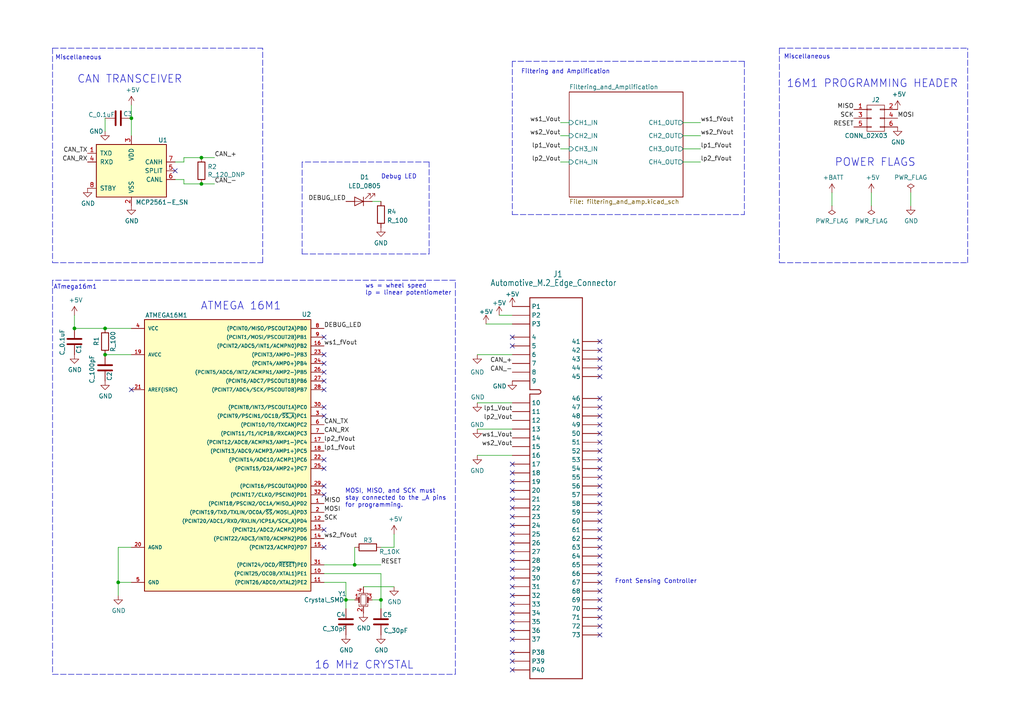
<source format=kicad_sch>
(kicad_sch (version 20211123) (generator eeschema)
  (paper "A4")
  (lib_symbols
    (symbol "formula:ATMEGA16M1" (pin_names (offset 1.016))
      (property "Reference" "U" (at -24.13 46.482 0))
      (property "Value" "ATMEGA16M1" (at 12.7 -35.56 0))
      (symbol "ATMEGA16M1_0_1"
        (rectangle (start -24.13 45.72) (end 24.13 -33.02) (stroke (width 0.254)) (fill (type background)))
      )
      (symbol "ATMEGA16M1_1_1"
        (pin bidirectional line (at 27.94 -7.62 180) (length 3.81) (name "(PCINT18/PSCIN2/OC1A/MISO_A)PD2") (number "1"))
        (pin bidirectional line (at 27.94 -27.94 180) (length 3.81) (name "(PCINT25/OC0B/XTAL1)PE1") (number "10"))
        (pin bidirectional line (at 27.94 -30.48 180) (length 3.81) (name "(PCINT26/ADC0/XTAL2)PE2") (number "11"))
        (pin bidirectional line (at 27.94 -12.7 180) (length 3.81) (name "(PCINT20/ADC1/RXD/RXLIN/ICP1A/SCK_A)PD4") (number "12"))
        (pin bidirectional line (at 27.94 -15.24 180) (length 3.81) (name "(PCINT21/ADC2/ACMP2)PD5") (number "13"))
        (pin bidirectional line (at 27.94 -17.78 180) (length 3.81) (name "(PCINT22/ADC3/INT0/ACMPN2)PD6") (number "14"))
        (pin bidirectional line (at 27.94 -20.32 180) (length 3.81) (name "(PCINT23/ACMP0)PD7") (number "15"))
        (pin bidirectional line (at 27.94 38.1 180) (length 3.81) (name "(PCINT2/ADC5/INT1/ACMPN0)PB2") (number "16"))
        (pin bidirectional line (at 27.94 10.16 180) (length 3.81) (name "(PCINT12/ADC8/ACMPN3/AMP1-)PC4") (number "17"))
        (pin bidirectional line (at 27.94 7.62 180) (length 3.81) (name "(PCINT13/ADC9/ACMP3/AMP1+)PC5") (number "18"))
        (pin power_in line (at -27.94 35.56 0) (length 3.81) (name "AVCC") (number "19"))
        (pin bidirectional line (at 27.94 -10.16 180) (length 3.81) (name "(PCINT19/TXD/TXLIN/OC0A/~{SS}/MOSI_A)PD3") (number "2"))
        (pin power_in line (at -27.94 -20.32 0) (length 3.81) (name "AGND") (number "20"))
        (pin power_in line (at -27.94 25.4 0) (length 3.81) (name "AREF(ISRC)") (number "21"))
        (pin bidirectional line (at 27.94 5.08 180) (length 3.81) (name "(PCINT14/ADC10/ACMP1)PC6") (number "22"))
        (pin bidirectional line (at 27.94 35.56 180) (length 3.81) (name "(PCINT3/AMP0-)PB3") (number "23"))
        (pin bidirectional line (at 27.94 33.02 180) (length 3.81) (name "(PCINT4/AMP0+)PB4") (number "24"))
        (pin bidirectional line (at 27.94 2.54 180) (length 3.81) (name "(PCINT15/D2A/AMP2+)PC7") (number "25"))
        (pin bidirectional line (at 27.94 30.48 180) (length 3.81) (name "(PCINT5/ADC6/INT2/ACMPN1/AMP2-)PB5") (number "26"))
        (pin bidirectional line (at 27.94 27.94 180) (length 3.81) (name "(PCINT6/ADC7/PSCOUT1B)PB6") (number "27"))
        (pin bidirectional line (at 27.94 25.4 180) (length 3.81) (name "(PCINT7/ADC4/SCK/PSCOUT0B)PB7") (number "28"))
        (pin bidirectional line (at 27.94 -2.54 180) (length 3.81) (name "(PCINT16/PSCOUT0A)PD0") (number "29"))
        (pin bidirectional line (at 27.94 17.78 180) (length 3.81) (name "(PCINT9/PSCIN1/OC1B/~{SS_A})PC1") (number "3"))
        (pin bidirectional line (at 27.94 20.32 180) (length 3.81) (name "(PCINT8/INT3/PSCOUT1A)PC0") (number "30"))
        (pin bidirectional line (at 27.94 -25.4 180) (length 3.81) (name "(PCINT24/OCD/~{RESET})PE0") (number "31"))
        (pin bidirectional line (at 27.94 -5.08 180) (length 3.81) (name "(PCINT17/CLKO/PSCIN0)PD1") (number "32"))
        (pin power_in line (at -27.94 43.18 0) (length 3.81) (name "VCC") (number "4"))
        (pin power_in line (at -27.94 -30.48 0) (length 3.81) (name "GND") (number "5"))
        (pin bidirectional line (at 27.94 15.24 180) (length 3.81) (name "(PCINT10/T0/TXCAN)PC2") (number "6"))
        (pin bidirectional line (at 27.94 12.7 180) (length 3.81) (name "(PCINT11/T1/ICP1B/RXCAN)PC3") (number "7"))
        (pin bidirectional line (at 27.94 43.18 180) (length 3.81) (name "(PCINT0/MISO/PSCOUT2A)PB0") (number "8"))
        (pin bidirectional line (at 27.94 40.64 180) (length 3.81) (name "(PCINT1/MOSI/PSCOUT2B)PB1") (number "9"))
      )
    )
    (symbol "formula:Automotive_M.2_Edge_Connector"
      (property "Reference" "J?" (at 1.27 49.53 0))
      (property "Value" "Automotive_M.2_Edge_Connector" (at 7.62 45.72 0))
      (symbol "Automotive_M.2_Edge_Connector_0_1"
        (arc (start -5.0436 15.2415) (mid -4.4198 15.8765) (end -5.0436 16.5115) (stroke (width 0.25)))
        (polyline (pts (xy -7.62 15.24) (xy -5.08 15.24)) (stroke (width 0.25)))
        (polyline (pts (xy -7.62 16.51) (xy -5.08 16.51)) (stroke (width 0.25)))
        (polyline (pts (xy -7.62 43.18) (xy -7.62 16.51)) (stroke (width 0.25)))
        (polyline (pts (xy 7.62 -67.31) (xy -7.62 -67.31)) (stroke (width 0.25)))
      )
      (symbol "Automotive_M.2_Edge_Connector_1_0"
        (polyline (pts (xy -7.62 -67.31) (xy -7.62 15.24)) (stroke (width 0.254)))
        (polyline (pts (xy 7.62 43.18) (xy -7.62 43.18)) (stroke (width 0.254)))
        (polyline (pts (xy 7.62 43.18) (xy 7.62 -67.31)) (stroke (width 0.254)))
        (pin bidirectional line (at -12.7 12.7 0) (length 5.08) (name "10") (number "10"))
        (pin bidirectional line (at -12.7 10.16 0) (length 5.08) (name "11") (number "11"))
        (pin bidirectional line (at -12.7 7.62 0) (length 5.08) (name "12") (number "12"))
        (pin bidirectional line (at -12.7 5.08 0) (length 5.08) (name "13") (number "13"))
        (pin bidirectional line (at -12.7 2.54 0) (length 5.08) (name "14") (number "14"))
        (pin bidirectional line (at -12.7 0 0) (length 5.08) (name "15") (number "15"))
        (pin bidirectional line (at -12.7 -2.54 0) (length 5.08) (name "16") (number "16"))
        (pin bidirectional line (at -12.7 -5.08 0) (length 5.08) (name "17") (number "17"))
        (pin bidirectional line (at -12.7 -7.62 0) (length 5.08) (name "18") (number "18"))
        (pin bidirectional line (at -12.7 -10.16 0) (length 5.08) (name "19") (number "19"))
        (pin bidirectional line (at -12.7 -12.7 0) (length 5.08) (name "20") (number "20"))
        (pin bidirectional line (at -12.7 -15.24 0) (length 5.08) (name "21") (number "21"))
        (pin bidirectional line (at -12.7 -17.78 0) (length 5.08) (name "22") (number "22"))
        (pin bidirectional line (at -12.7 -20.32 0) (length 5.08) (name "23") (number "23"))
        (pin bidirectional line (at -12.7 -22.86 0) (length 5.08) (name "24") (number "24"))
        (pin bidirectional line (at -12.7 -25.4 0) (length 5.08) (name "25") (number "25"))
        (pin bidirectional line (at -12.7 -27.94 0) (length 5.08) (name "26") (number "26"))
        (pin bidirectional line (at -12.7 -30.48 0) (length 5.08) (name "27") (number "27"))
        (pin bidirectional line (at -12.7 -33.02 0) (length 5.08) (name "28") (number "28"))
        (pin bidirectional line (at -12.7 -35.56 0) (length 5.08) (name "29") (number "29"))
        (pin bidirectional line (at -12.7 -38.1 0) (length 5.08) (name "30") (number "30"))
        (pin bidirectional line (at -12.7 -40.64 0) (length 5.08) (name "31") (number "31"))
        (pin bidirectional line (at -12.7 -43.18 0) (length 5.08) (name "32") (number "32"))
        (pin bidirectional line (at -12.7 -45.72 0) (length 5.08) (name "33") (number "33"))
        (pin bidirectional line (at -12.7 -48.26 0) (length 5.08) (name "34") (number "34"))
        (pin bidirectional line (at -12.7 -50.8 0) (length 5.08) (name "35") (number "35"))
        (pin bidirectional line (at -12.7 -53.34 0) (length 5.08) (name "36") (number "36"))
        (pin bidirectional line (at -12.7 -55.88 0) (length 5.08) (name "37") (number "37"))
        (pin bidirectional line (at -12.7 31.75 0) (length 5.08) (name "4") (number "4"))
        (pin bidirectional line (at 12.7 30.48 180) (length 5.08) (name "41") (number "41"))
        (pin bidirectional line (at 12.7 27.94 180) (length 5.08) (name "42") (number "42"))
        (pin bidirectional line (at 12.7 25.4 180) (length 5.08) (name "43") (number "43"))
        (pin bidirectional line (at 12.7 22.86 180) (length 5.08) (name "44") (number "44"))
        (pin bidirectional line (at 12.7 20.32 180) (length 5.08) (name "45") (number "45"))
        (pin bidirectional line (at 12.7 13.97 180) (length 5.08) (name "46") (number "46"))
        (pin bidirectional line (at 12.7 11.43 180) (length 5.08) (name "47") (number "47"))
        (pin bidirectional line (at 12.7 8.89 180) (length 5.08) (name "48") (number "48"))
        (pin bidirectional line (at 12.7 6.35 180) (length 5.08) (name "49") (number "49"))
        (pin bidirectional line (at -12.7 29.21 0) (length 5.08) (name "5") (number "5"))
        (pin bidirectional line (at 12.7 3.81 180) (length 5.08) (name "50") (number "50"))
        (pin bidirectional line (at 12.7 1.27 180) (length 5.08) (name "51") (number "51"))
        (pin bidirectional line (at 12.7 -1.27 180) (length 5.08) (name "52") (number "52"))
        (pin bidirectional line (at 12.7 -3.81 180) (length 5.08) (name "53") (number "53"))
        (pin bidirectional line (at 12.7 -6.35 180) (length 5.08) (name "54") (number "54"))
        (pin bidirectional line (at 12.7 -8.89 180) (length 5.08) (name "55") (number "55"))
        (pin bidirectional line (at 12.7 -11.43 180) (length 5.08) (name "56") (number "56"))
        (pin bidirectional line (at 12.7 -13.97 180) (length 5.08) (name "57") (number "57"))
        (pin bidirectional line (at 12.7 -16.51 180) (length 5.08) (name "58") (number "58"))
        (pin bidirectional line (at 12.7 -19.05 180) (length 5.08) (name "59") (number "59"))
        (pin bidirectional line (at -12.7 26.67 0) (length 5.08) (name "6") (number "6"))
        (pin bidirectional line (at 12.7 -21.59 180) (length 5.08) (name "60") (number "60"))
        (pin bidirectional line (at 12.7 -24.13 180) (length 5.08) (name "61") (number "61"))
        (pin bidirectional line (at 12.7 -26.67 180) (length 5.08) (name "62") (number "62"))
        (pin bidirectional line (at 12.7 -29.21 180) (length 5.08) (name "63") (number "63"))
        (pin bidirectional line (at 12.7 -31.75 180) (length 5.08) (name "64") (number "64"))
        (pin bidirectional line (at 12.7 -34.29 180) (length 5.08) (name "65") (number "65"))
        (pin bidirectional line (at 12.7 -36.83 180) (length 5.08) (name "66") (number "66"))
        (pin bidirectional line (at 12.7 -39.37 180) (length 5.08) (name "67") (number "67"))
        (pin bidirectional line (at 12.7 -41.91 180) (length 5.08) (name "68") (number "68"))
        (pin bidirectional line (at 12.7 -44.45 180) (length 5.08) (name "69") (number "69"))
        (pin bidirectional line (at -12.7 24.13 0) (length 5.08) (name "7") (number "7"))
        (pin bidirectional line (at 12.7 -46.99 180) (length 5.08) (name "70") (number "70"))
        (pin bidirectional line (at 12.7 -49.53 180) (length 5.08) (name "71") (number "71"))
        (pin bidirectional line (at 12.7 -52.07 180) (length 5.08) (name "72") (number "72"))
        (pin bidirectional line (at 12.7 -54.61 180) (length 5.08) (name "73") (number "73"))
        (pin bidirectional line (at -12.7 21.59 0) (length 5.08) (name "8") (number "8"))
        (pin bidirectional line (at -12.7 19.05 0) (length 5.08) (name "9") (number "9"))
        (pin bidirectional line (at -12.7 40.64 0) (length 5.08) (name "P1") (number "P1"))
        (pin bidirectional line (at -12.7 38.1 0) (length 5.08) (name "P2") (number "P2"))
        (pin bidirectional line (at -12.7 35.56 0) (length 5.08) (name "P3") (number "P3"))
        (pin bidirectional line (at -12.7 -59.69 0) (length 5.08) (name "P38") (number "P38"))
        (pin bidirectional line (at -12.7 -62.23 0) (length 5.08) (name "P39") (number "P39"))
        (pin bidirectional line (at -12.7 -64.77 0) (length 5.08) (name "P40") (number "P40"))
      )
    )
    (symbol "formula:CONN_02X03" (pin_names (offset 0.0254) hide)
      (property "Reference" "J" (at 0 5.08 0))
      (property "Value" "CONN_02X03" (at 0 -5.08 0))
      (symbol "CONN_02X03_0_1"
        (rectangle (start -2.54 -2.413) (end -1.27 -2.667))
        (rectangle (start -2.54 0.127) (end -1.27 -0.127))
        (rectangle (start -2.54 2.667) (end -1.27 2.413))
        (rectangle (start -2.54 3.81) (end 2.54 -3.81))
        (rectangle (start 1.27 -2.413) (end 2.54 -2.667))
        (rectangle (start 1.27 0.127) (end 2.54 -0.127))
        (rectangle (start 1.27 2.667) (end 2.54 2.413))
      )
      (symbol "CONN_02X03_1_1"
        (pin passive line (at -6.35 2.54 0) (length 3.81) (name "P1") (number "1"))
        (pin passive line (at 6.35 2.54 180) (length 3.81) (name "P2") (number "2"))
        (pin passive line (at -6.35 0 0) (length 3.81) (name "P3") (number "3"))
        (pin passive line (at 6.35 0 180) (length 3.81) (name "P4") (number "4"))
        (pin passive line (at -6.35 -2.54 0) (length 3.81) (name "P5") (number "5"))
        (pin passive line (at 6.35 -2.54 180) (length 3.81) (name "P6") (number "6"))
      )
    )
    (symbol "formula:C_0.1uF" (pin_numbers hide) (pin_names (offset 0.254))
      (property "Reference" "C" (at 0.635 2.54 0))
      (property "Value" "C_0.1uF" (at 0.635 -2.54 0))
      (symbol "C_0.1uF_0_1"
        (polyline (pts (xy -2.032 -0.762) (xy 2.032 -0.762)) (stroke (width 0.508)))
        (polyline (pts (xy -2.032 0.762) (xy 2.032 0.762)) (stroke (width 0.508)))
      )
      (symbol "C_0.1uF_1_1"
        (pin passive line (at 0 3.81 270) (length 2.794) (name "~") (number "1"))
        (pin passive line (at 0 -3.81 90) (length 2.794) (name "~") (number "2"))
      )
    )
    (symbol "formula:C_100pF" (pin_numbers hide) (pin_names (offset 0.254))
      (property "Reference" "C" (at 0.635 2.54 0))
      (property "Value" "C_100pF" (at 0.635 -2.54 0))
      (symbol "C_100pF_0_1"
        (polyline (pts (xy -2.032 -0.762) (xy 2.032 -0.762)) (stroke (width 0.508)))
        (polyline (pts (xy -2.032 0.762) (xy 2.032 0.762)) (stroke (width 0.508)))
      )
      (symbol "C_100pF_1_1"
        (pin passive line (at 0 3.81 270) (length 2.794) (name "~") (number "1"))
        (pin passive line (at 0 -3.81 90) (length 2.794) (name "~") (number "2"))
      )
    )
    (symbol "formula:C_30pF" (pin_numbers hide) (pin_names (offset 0.254))
      (property "Reference" "C" (at 0.635 2.54 0))
      (property "Value" "C_30pF" (at 0.635 -2.54 0))
      (symbol "C_30pF_0_1"
        (polyline (pts (xy -2.032 -0.762) (xy 2.032 -0.762)) (stroke (width 0.508)))
        (polyline (pts (xy -2.032 0.762) (xy 2.032 0.762)) (stroke (width 0.508)))
      )
      (symbol "C_30pF_1_1"
        (pin passive line (at 0 3.81 270) (length 2.794) (name "~") (number "1"))
        (pin passive line (at 0 -3.81 90) (length 2.794) (name "~") (number "2"))
      )
    )
    (symbol "formula:Crystal_SMD" (pin_names (offset 1.016) hide)
      (property "Reference" "Y" (at 1.27 4.445 0))
      (property "Value" "Crystal_SMD" (at 1.27 2.54 0))
      (symbol "Crystal_SMD_0_1"
        (rectangle (start -0.762 -1.524) (end 0.762 1.524))
        (polyline (pts (xy -1.27 -0.762) (xy -1.27 0.762)) (stroke (width 0.381)))
        (polyline (pts (xy 1.27 -0.762) (xy 1.27 0.762)) (stroke (width 0.381)))
        (polyline (pts (xy -1.27 -1.27) (xy -1.27 -1.905) (xy 1.27 -1.905) (xy 1.27 -1.27)))
        (polyline (pts (xy -1.27 1.27) (xy -1.27 1.905) (xy 1.27 1.905) (xy 1.27 1.27)))
      )
      (symbol "Crystal_SMD_1_1"
        (pin passive line (at -2.54 0 0) (length 1.27) (name "1") (number "1"))
        (pin passive line (at 0 -3.81 90) (length 1.905) (name "2") (number "2"))
        (pin passive line (at 2.54 0 180) (length 1.27) (name "3") (number "3"))
        (pin passive line (at 0 3.81 270) (length 1.905) (name "4") (number "4"))
      )
    )
    (symbol "formula:LED_0805" (pin_numbers hide) (pin_names (offset 1.016) hide)
      (property "Reference" "D" (at 0 -2.54 0))
      (property "Value" "LED_0805" (at 0 2.54 0))
      (symbol "LED_0805_0_1"
        (polyline (pts (xy -1.27 -1.27) (xy -1.27 1.27)) (stroke (width 0.2032)))
        (polyline (pts (xy -1.27 0) (xy 1.27 0)))
        (polyline (pts (xy 1.27 -1.27) (xy 1.27 1.27) (xy -1.27 0) (xy 1.27 -1.27)) (stroke (width 0.2032)))
        (polyline (pts (xy -3.048 -0.762) (xy -4.572 -2.286) (xy -3.81 -2.286) (xy -4.572 -2.286) (xy -4.572 -1.524)))
        (polyline (pts (xy -1.778 -0.762) (xy -3.302 -2.286) (xy -2.54 -2.286) (xy -3.302 -2.286) (xy -3.302 -1.524)))
      )
      (symbol "LED_0805_1_1"
        (pin passive line (at -3.81 0 0) (length 2.54) (name "K") (number "1"))
        (pin passive line (at 3.81 0 180) (length 2.54) (name "A") (number "2"))
      )
    )
    (symbol "formula:MCP2561-E_SN" (pin_names (offset 1.016))
      (property "Reference" "U" (at -10.16 8.89 0))
      (property "Value" "MCP2561-E_SN" (at 2.54 8.89 0))
      (symbol "MCP2561-E_SN_0_1"
        (rectangle (start -10.16 7.62) (end 10.16 -7.62) (stroke (width 0.254)) (fill (type background)))
      )
      (symbol "MCP2561-E_SN_1_1"
        (pin input line (at -12.7 5.08 0) (length 2.54) (name "TXD") (number "1"))
        (pin power_in line (at 0 -10.16 90) (length 2.54) (name "VSS") (number "2"))
        (pin power_in line (at 0 10.16 270) (length 2.54) (name "VDD") (number "3"))
        (pin output line (at -12.7 2.54 0) (length 2.54) (name "RXD") (number "4"))
        (pin passive line (at 12.7 0 180) (length 2.54) (name "SPLIT") (number "5"))
        (pin bidirectional line (at 12.7 -2.54 180) (length 2.54) (name "CANL") (number "6"))
        (pin bidirectional line (at 12.7 2.54 180) (length 2.54) (name "CANH") (number "7"))
        (pin input line (at -12.7 -5.08 0) (length 2.54) (name "STBY") (number "8"))
      )
    )
    (symbol "formula:R_100" (pin_numbers hide) (pin_names (offset 0))
      (property "Reference" "R" (at 2.032 0 90))
      (property "Value" "R_100" (at -2.54 0 90))
      (symbol "R_100_0_1"
        (rectangle (start -1.016 -2.54) (end 1.016 2.54) (stroke (width 0.254)))
      )
      (symbol "R_100_1_1"
        (pin passive line (at 0 3.81 270) (length 1.27) (name "~") (number "1"))
        (pin passive line (at 0 -3.81 90) (length 1.27) (name "~") (number "2"))
      )
    )
    (symbol "formula:R_10K" (pin_numbers hide) (pin_names (offset 0))
      (property "Reference" "R" (at 2.032 0 90))
      (property "Value" "R_10K" (at -2.54 0 90))
      (symbol "R_10K_0_1"
        (rectangle (start -1.016 -2.54) (end 1.016 2.54) (stroke (width 0.254)))
      )
      (symbol "R_10K_1_1"
        (pin passive line (at 0 3.81 270) (length 1.27) (name "~") (number "1"))
        (pin passive line (at 0 -3.81 90) (length 1.27) (name "~") (number "2"))
      )
    )
    (symbol "formula:R_120_DNP" (pin_numbers hide) (pin_names (offset 0))
      (property "Reference" "R" (at 2.032 0 90))
      (property "Value" "R_120_DNP" (at -2.54 0 90))
      (symbol "R_120_DNP_0_1"
        (rectangle (start -1.016 -2.54) (end 1.016 2.54) (stroke (width 0.254)))
      )
      (symbol "R_120_DNP_1_1"
        (pin passive line (at 0 3.81 270) (length 1.27) (name "~") (number "1"))
        (pin passive line (at 0 -3.81 90) (length 1.27) (name "~") (number "2"))
      )
    )
    (symbol "power:+5V" (power) (pin_names (offset 0))
      (property "Value" "+5V" (at 0 3.556 0))
      (symbol "+5V_0_1"
        (polyline (pts (xy -0.762 1.27) (xy 0 2.54)))
        (polyline (pts (xy 0 0) (xy 0 2.54)))
        (polyline (pts (xy 0 2.54) (xy 0.762 1.27)))
      )
      (symbol "+5V_1_1"
        (pin power_in line (at 0 0 90) (length 0) hide (name "+5V") (number "1"))
      )
    )
    (symbol "power:+BATT" (power) (pin_names (offset 0))
      (property "Value" "+BATT" (at 0 3.556 0))
      (symbol "+BATT_0_1"
        (polyline (pts (xy -0.762 1.27) (xy 0 2.54)))
        (polyline (pts (xy 0 0) (xy 0 2.54)))
        (polyline (pts (xy 0 2.54) (xy 0.762 1.27)))
      )
      (symbol "+BATT_1_1"
        (pin power_in line (at 0 0 90) (length 0) hide (name "+BATT") (number "1"))
      )
    )
    (symbol "power:GND" (power) (pin_names (offset 0))
      (property "Value" "GND" (at 0 -3.81 0))
      (symbol "GND_0_1"
        (polyline (pts (xy 0 0) (xy 0 -1.27) (xy 1.27 -1.27) (xy 0 -2.54) (xy -1.27 -1.27) (xy 0 -1.27)))
      )
      (symbol "GND_1_1"
        (pin power_in line (at 0 0 270) (length 0) hide (name "GND") (number "1"))
      )
    )
    (symbol "power:PWR_FLAG" (power) (pin_numbers hide) (pin_names (offset 0) hide)
      (property "Value" "PWR_FLAG" (at 0 3.81 0))
      (symbol "PWR_FLAG_0_0"
        (pin power_out line (at 0 0 90) (length 0) (name "pwr") (number "1"))
      )
      (symbol "PWR_FLAG_0_1"
        (polyline (pts (xy 0 0) (xy 0 1.27) (xy -1.016 1.905) (xy 0 2.54) (xy 1.016 1.905) (xy 0 1.27)))
      )
    )
  )
  (junction (at 102.87 163.83))
  (junction (at 58.42 45.72))
  (junction (at 34.29 168.91))
  (junction (at 30.48 102.87))
  (junction (at 58.42 53.34))
  (junction (at 30.48 95.25))
  (junction (at 38.1 34.29))
  (junction (at 21.59 95.25))
  (junction (at 100.33 173.99))
  (junction (at 110.49 173.99))
  (no_connect (at 173.99 101.6))
  (no_connect (at 173.99 123.19))
  (no_connect (at 93.98 110.49))
  (no_connect (at 93.98 140.97))
  (no_connect (at 173.99 115.57))
  (no_connect (at 173.99 118.11))
  (no_connect (at 93.98 135.89))
  (no_connect (at 148.59 165.1))
  (no_connect (at 173.99 151.13))
  (no_connect (at 173.99 120.65))
  (no_connect (at 173.99 143.51))
  (no_connect (at 148.59 144.78))
  (no_connect (at 173.99 176.53))
  (no_connect (at 50.8 49.53))
  (no_connect (at 148.59 142.24))
  (no_connect (at 173.99 179.07))
  (no_connect (at 148.59 134.62))
  (no_connect (at 148.59 185.42))
  (no_connect (at 93.98 133.35))
  (no_connect (at 93.98 113.03))
  (no_connect (at 173.99 128.27))
  (no_connect (at 173.99 140.97))
  (no_connect (at 173.99 130.81))
  (no_connect (at 148.59 189.23))
  (no_connect (at 148.59 191.77))
  (no_connect (at 148.59 167.64))
  (no_connect (at 173.99 138.43))
  (no_connect (at 148.59 182.88))
  (no_connect (at 148.59 100.33))
  (no_connect (at 148.59 157.48))
  (no_connect (at 173.99 148.59))
  (no_connect (at 93.98 120.65))
  (no_connect (at 148.59 170.18))
  (no_connect (at 148.59 162.56))
  (no_connect (at 148.59 97.79))
  (no_connect (at 148.59 152.4))
  (no_connect (at 93.98 153.67))
  (no_connect (at 173.99 99.06))
  (no_connect (at 173.99 135.89))
  (no_connect (at 173.99 109.22))
  (no_connect (at 148.59 154.94))
  (no_connect (at 148.59 180.34))
  (no_connect (at 93.98 102.87))
  (no_connect (at 148.59 175.26))
  (no_connect (at 93.98 107.95))
  (no_connect (at 173.99 104.14))
  (no_connect (at 93.98 97.79))
  (no_connect (at 93.98 143.51))
  (no_connect (at 173.99 184.15))
  (no_connect (at 173.99 181.61))
  (no_connect (at 38.1 113.03))
  (no_connect (at 173.99 161.29))
  (no_connect (at 173.99 163.83))
  (no_connect (at 173.99 171.45))
  (no_connect (at 148.59 160.02))
  (no_connect (at 173.99 125.73))
  (no_connect (at 93.98 158.75))
  (no_connect (at 173.99 153.67))
  (no_connect (at 173.99 133.35))
  (no_connect (at 148.59 137.16))
  (no_connect (at 173.99 173.99))
  (no_connect (at 173.99 156.21))
  (no_connect (at 93.98 105.41))
  (no_connect (at 148.59 172.72))
  (no_connect (at 148.59 194.31))
  (no_connect (at 173.99 106.68))
  (no_connect (at 148.59 177.8))
  (no_connect (at 173.99 146.05))
  (no_connect (at 173.99 168.91))
  (no_connect (at 173.99 158.75))
  (no_connect (at 148.59 149.86))
  (no_connect (at 173.99 166.37))
  (no_connect (at 148.59 139.7))
  (no_connect (at 93.98 118.11))
  (no_connect (at 148.59 147.32))
  (wire (pts (xy 144.78 91.44) (xy 148.59 91.44)))
  (wire (pts (xy 34.29 158.75) (xy 38.1 158.75)))
  (polyline (pts (xy 15.24 13.97) (xy 76.2 13.97)))
  (wire (pts (xy 38.1 34.29) (xy 38.1 30.48)))
  (wire (pts (xy 110.49 158.75) (xy 114.3 158.75)))
  (wire (pts (xy 198.12 35.56) (xy 203.2 35.56)))
  (wire (pts (xy 34.29 172.72) (xy 34.29 168.91)))
  (wire (pts (xy 105.41 170.18) (xy 114.3 170.18)))
  (wire (pts (xy 58.42 45.72) (xy 62.23 45.72)))
  (polyline (pts (xy 76.2 76.2) (xy 76.2 13.97)))
  (wire (pts (xy 102.87 163.83) (xy 110.49 163.83)))
  (polyline (pts (xy 132.08 195.58) (xy 132.08 81.28)))
  (wire (pts (xy 138.43 102.87) (xy 148.59 102.87)))
  (wire (pts (xy 110.49 166.37) (xy 93.98 166.37)))
  (wire (pts (xy 162.56 35.56) (xy 165.1 35.56)))
  (wire (pts (xy 38.1 168.91) (xy 34.29 168.91)))
  (wire (pts (xy 138.43 132.08) (xy 148.59 132.08)))
  (wire (pts (xy 21.59 91.44) (xy 21.59 95.25)))
  (polyline (pts (xy 87.63 73.66) (xy 124.46 73.66)))
  (wire (pts (xy 53.34 46.99) (xy 53.34 45.72)))
  (polyline (pts (xy 215.9 17.78) (xy 148.59 17.78)))
  (polyline (pts (xy 124.46 73.66) (xy 124.46 46.99)))
  (wire (pts (xy 53.34 53.34) (xy 58.42 53.34)))
  (polyline (pts (xy 124.46 46.99) (xy 87.63 46.99)))
  (wire (pts (xy 100.33 173.99) (xy 100.33 168.91)))
  (polyline (pts (xy 280.67 76.2) (xy 280.67 13.97)))
  (wire (pts (xy 53.34 52.07) (xy 53.34 53.34)))
  (wire (pts (xy 252.73 59.69) (xy 252.73 55.88)))
  (wire (pts (xy 50.8 52.07) (xy 53.34 52.07)))
  (wire (pts (xy 110.49 173.99) (xy 110.49 166.37)))
  (wire (pts (xy 30.48 95.25) (xy 38.1 95.25)))
  (wire (pts (xy 100.33 168.91) (xy 93.98 168.91)))
  (wire (pts (xy 30.48 34.29) (xy 30.48 38.1)))
  (wire (pts (xy 21.59 95.25) (xy 30.48 95.25)))
  (wire (pts (xy 107.95 173.99) (xy 110.49 173.99)))
  (polyline (pts (xy 226.06 13.97) (xy 280.67 13.97)))
  (polyline (pts (xy 215.9 17.78) (xy 215.9 62.23)))
  (polyline (pts (xy 148.59 17.78) (xy 148.59 62.23)))
  (wire (pts (xy 162.56 46.99) (xy 165.1 46.99)))
  (wire (pts (xy 53.34 45.72) (xy 58.42 45.72)))
  (wire (pts (xy 34.29 168.91) (xy 34.29 158.75)))
  (wire (pts (xy 100.33 176.53) (xy 100.33 173.99)))
  (wire (pts (xy 198.12 43.18) (xy 203.2 43.18)))
  (wire (pts (xy 198.12 46.99) (xy 203.2 46.99)))
  (polyline (pts (xy 226.06 76.2) (xy 280.67 76.2)))
  (polyline (pts (xy 15.24 81.28) (xy 15.24 195.58)))
  (polyline (pts (xy 148.59 62.23) (xy 215.9 62.23)))
  (wire (pts (xy 138.43 116.84) (xy 148.59 116.84)))
  (wire (pts (xy 107.95 58.42) (xy 110.49 58.42)))
  (polyline (pts (xy 15.24 195.58) (xy 132.08 195.58)))
  (wire (pts (xy 38.1 39.37) (xy 38.1 34.29)))
  (wire (pts (xy 50.8 46.99) (xy 53.34 46.99)))
  (wire (pts (xy 58.42 53.34) (xy 62.23 53.34)))
  (wire (pts (xy 198.12 39.37) (xy 203.2 39.37)))
  (polyline (pts (xy 15.24 13.97) (xy 15.24 76.2)))
  (wire (pts (xy 110.49 173.99) (xy 110.49 176.53)))
  (polyline (pts (xy 226.06 13.97) (xy 226.06 76.2)))
  (wire (pts (xy 140.97 93.98) (xy 148.59 93.98)))
  (wire (pts (xy 38.1 102.87) (xy 30.48 102.87)))
  (wire (pts (xy 114.3 158.75) (xy 114.3 154.94)))
  (wire (pts (xy 100.33 173.99) (xy 102.87 173.99)))
  (polyline (pts (xy 87.63 46.99) (xy 87.63 73.66)))
  (wire (pts (xy 93.98 163.83) (xy 102.87 163.83)))
  (wire (pts (xy 264.16 55.88) (xy 264.16 59.69)))
  (wire (pts (xy 138.43 124.46) (xy 148.59 124.46)))
  (wire (pts (xy 162.56 43.18) (xy 165.1 43.18)))
  (polyline (pts (xy 132.08 81.28) (xy 15.24 81.28)))
  (wire (pts (xy 102.87 163.83) (xy 102.87 158.75)))
  (polyline (pts (xy 15.24 76.2) (xy 76.2 76.2)))
  (wire (pts (xy 162.56 39.37) (xy 165.1 39.37)))
  (wire (pts (xy 241.3 55.88) (xy 241.3 59.69)))
  (text "Filtering and Amplification\n" (at 151.13 21.59 0) (effects (font (size 1.27 1.27)) (justify left bottom)))
  (text "Front Sensing Controller\n" (at 178.308 169.418 0) (effects (font (size 1.27 1.27)) (justify left bottom)))
  (text "Debug LED\n" (at 110.49 52.07 0) (effects (font (size 1.27 1.27)) (justify left bottom)))
  (text "CAN TRANSCEIVER\n" (at 22.352 24.384 0) (effects (font (size 2.2606 2.2606)) (justify left bottom)))
  (text "Miscellaneous\n" (at 16.002 17.526 0) (effects (font (size 1.27 1.27)) (justify left bottom)))
  (text "MOSI, MISO, and SCK must\nstay connected to the _A pins\nfor programming." (at 100.076 147.32 0) (effects (font (size 1.27 1.27)) (justify left bottom)))
  (text "ATmega16m1\n" (at 15.494 84.074 0) (effects (font (size 1.27 1.27)) (justify left bottom)))
  (text "ws = wheel speed\nlp = linear potentiometer" (at 105.918 85.7758 0) (effects (font (size 1.27 1.27)) (justify left bottom)))
  (text "POWER FLAGS\n" (at 242.062 48.514 0) (effects (font (size 2.2606 2.2606)) (justify left bottom)))
  (text "ATMEGA 16M1\n" (at 58.166 90.17 0) (effects (font (size 2.2606 2.2606)) (justify left bottom)))
  (text "16M1 PROGRAMMING HEADER\n" (at 228.092 25.654 0) (effects (font (size 2.2606 2.2606)) (justify left bottom)))
  (text "16 MHz CRYSTAL\n" (at 91.186 194.31 0) (effects (font (size 2.2606 2.2606)) (justify left bottom)))
  (text "Miscellaneous\n" (at 227.33 17.272 0) (effects (font (size 1.27 1.27)) (justify left bottom)))
  (label "ws2_Vout" (at 162.56 39.37 180))
  (label "ws2_fVout" (at 93.98 156.21 0))
  (label "ws2_fVout" (at 203.2 39.37 0))
  (label "ws1_fVout" (at 203.2 35.56 0))
  (label "lp2_Vout" (at 162.56 46.99 180))
  (label "lp2_fVout" (at 93.98 128.27 0))
  (label "lp1_fVout" (at 203.2 43.18 0))
  (label "ws2_Vout" (at 148.59 129.54 180))
  (label "SCK" (at 93.98 151.13 0))
  (label "DEBUG_LED" (at 93.98 95.25 0))
  (label "MOSI" (at 260.35 34.29 0))
  (label "CAN_RX" (at 25.4 46.99 180))
  (label "CAN_-" (at 148.59 107.95 180))
  (label "CAN_TX" (at 25.4 44.45 180))
  (label "CAN_TX" (at 93.98 123.19 0))
  (label "lp2_Vout" (at 148.59 121.92 180))
  (label "CAN_+" (at 148.59 105.41 180))
  (label "DEBUG_LED" (at 100.33 58.42 180))
  (label "ws1_fVout" (at 93.98 100.33 0))
  (label "lp1_Vout" (at 148.59 119.38 180))
  (label "SCK" (at 247.65 34.29 180))
  (label "CAN_+" (at 62.23 45.72 0))
  (label "ws1_Vout" (at 148.59 127 180))
  (label "ws1_Vout" (at 162.56 35.56 180))
  (label "lp1_Vout" (at 162.56 43.18 180))
  (label "lp2_fVout" (at 203.2 46.99 0))
  (label "MOSI" (at 93.98 148.59 0))
  (label "CAN_-" (at 62.23 53.34 0))
  (label "MISO" (at 247.65 31.75 180))
  (label "CAN_RX" (at 93.98 125.73 0))
  (label "lp1_fVout" (at 93.98 130.81 0))
  (label "MISO" (at 93.98 146.05 0))
  (label "RESET" (at 110.49 163.83 0))
  (label "RESET" (at 247.65 36.83 180))
  (symbol (lib_id "power:GND") (at 138.43 116.84 0) (unit 1)
    (property "Reference" "#PWR?" (effects hide))
    (property "Value" "GND" (at 138.557 115.189 0))
  )
  (symbol (lib_id "formula:R_100") (at 30.48 99.06 0) (unit 1)
    (property "Reference" "R1" (at 27.94 100.33 90) (effects (justify left)))
    (property "Value" "R_100" (at 32.766 102.108 90) (effects (justify left)))
    (property "Footprint" "OEM:R_0603" (effects hide))
    (property "Datasheet" "https://www.seielect.com/Catalog/SEI-rncp.pdf" (effects hide))
    (property "MFN" "DK" (effects hide))
    (property "MPN" "RNCP0805FTD100RCT-ND" (effects hide))
    (property "PurchasingLink" "https://www.digikey.com/products/en?keywords=RNCP0805FTD100RCT-ND" (effects hide))
  )
  (symbol (lib_id "formula:C_0.1uF") (at 21.59 99.06 0) (unit 1)
    (property "Reference" "C1" (at 22.86 102.616 90) (effects (justify left)))
    (property "Value" "C_0.1uF" (at 18.034 103.124 90) (effects (justify left)))
    (property "Footprint" "OEM:C_0603" (effects hide))
    (property "Datasheet" "http://datasheets.avx.com/X7RDielectric.pdf" (effects hide))
    (property "MFN" "DK" (effects hide))
    (property "MPN" "478-3352-1-ND" (effects hide))
    (property "PurchasingLink" "https://www.digikey.com/products/en?keywords=478-3352-1-ND" (effects hide))
  )
  (symbol (lib_id "power:+5V") (at 260.35 31.75 0) (unit 1)
    (property "Reference" "#PWR?" (effects hide))
    (property "Value" "+5V" (at 260.731 27.3558 0))
  )
  (symbol (lib_id "power:+BATT") (at 241.3 55.88 0) (unit 1)
    (property "Reference" "#PWR?" (effects hide))
    (property "Value" "+BATT" (at 241.681 51.4858 0))
  )
  (symbol (lib_id "formula:LED_0805") (at 104.14 58.42 180) (unit 1)
    (property "Reference" "D1" (at 105.7402 51.3842 0))
    (property "Value" "LED_0805" (at 105.7402 53.9242 0))
    (property "Footprint" "footprints:LED_0805_OEM" (effects hide))
    (property "Datasheet" "http://www.osram-os.com/Graphics/XPic9/00078860_0.pdf" (effects hide))
    (property "MFN" "DK" (effects hide))
    (property "MPN" "475-1410-1-ND" (effects hide))
    (property "PurchasingLink" "https://www.digikey.com/products/en?keywords=475-1410-1-ND" (effects hide))
  )
  (symbol (lib_id "power:GND") (at 138.43 102.87 0) (unit 1)
    (property "Reference" "#PWR?" (effects hide))
    (property "Value" "GND" (at 138.43 107.95 0))
  )
  (symbol (lib_id "power:PWR_FLAG") (at 264.16 55.88 0) (unit 1)
    (property "Reference" "#FLG?" (effects hide))
    (property "Value" "PWR_FLAG" (at 264.16 51.4604 0))
  )
  (symbol (lib_id "power:GND") (at 114.3 170.18 0) (unit 1)
    (property "Reference" "#PWR?" (effects hide))
    (property "Value" "GND" (at 114.427 174.5742 0))
  )
  (symbol (lib_id "power:+5V") (at 21.59 91.44 0) (unit 1)
    (property "Reference" "#PWR?" (effects hide))
    (property "Value" "+5V" (at 21.971 87.0458 0))
  )
  (symbol (lib_id "power:GND") (at 100.33 184.15 0) (unit 1)
    (property "Reference" "#PWR?" (effects hide))
    (property "Value" "GND" (at 100.457 188.5442 0))
  )
  (symbol (lib_id "power:PWR_FLAG") (at 252.73 59.69 180) (unit 1)
    (property "Reference" "#FLG?" (effects hide))
    (property "Value" "PWR_FLAG" (at 252.73 64.1096 0))
  )
  (symbol (lib_id "power:GND") (at 110.49 184.15 0) (unit 1)
    (property "Reference" "#PWR?" (effects hide))
    (property "Value" "GND" (at 110.617 188.5442 0))
  )
  (symbol (lib_id "power:GND") (at 148.59 110.49 0) (unit 1)
    (property "Reference" "#PWR?" (effects hide))
    (property "Value" "GND" (at 144.907 112.014 0))
  )
  (symbol (lib_id "power:GND") (at 138.43 132.08 0) (unit 1)
    (property "Reference" "#PWR?" (effects hide))
    (property "Value" "GND" (at 138.43 136.5234 0))
  )
  (symbol (lib_id "power:GND") (at 30.48 110.49 0) (unit 1)
    (property "Reference" "#PWR?" (effects hide))
    (property "Value" "GND" (at 30.607 114.8842 0))
  )
  (symbol (lib_id "formula:CONN_02X03") (at 254 34.29 0) (unit 1)
    (property "Reference" "J2" (at 254 28.956 0))
    (property "Value" "CONN_02X03" (at 251.206 39.37 0))
    (property "Footprint" "footprints:Pin_Header_Straight_2x03" (effects hide))
    (property "Datasheet" "http://portal.fciconnect.com/Comergent//fci/drawing/67996.pdf" (effects hide))
    (property "MFN" "DK" (effects hide))
    (property "MPN" "609-3234-ND" (effects hide))
    (property "PurchasingLink" "https://www.digikey.com/product-detail/en/amphenol-fci/67997-206HLF/609-3234-ND/1878491" (effects hide))
  )
  (symbol (lib_id "power:GND") (at 30.48 38.1 0) (unit 1)
    (property "Reference" "#PWR?" (effects hide))
    (property "Value" "GND" (at 27.94 38.1 0))
  )
  (symbol (lib_id "formula:C_30pF") (at 100.33 180.34 0) (unit 1)
    (property "Reference" "C4" (at 97.536 178.308 0) (effects (justify left)))
    (property "Value" "C_30pF" (at 93.472 182.372 0) (effects (justify left)))
    (property "Footprint" "OEM:C_0603" (effects hide))
    (property "Datasheet" "https://media.digikey.com/pdf/Data%20Sheets/Samsung%20PDFs/CL_Series_MLCC_ds.pdf" (effects hide))
    (property "MFN" "DK" (effects hide))
    (property "MPN" "1276-1130-1-ND" (effects hide))
    (property "PurchasingLink" "https://www.digikey.com/product-detail/en/samsung-electro-mechanics-america-inc/CL21C300JBANNNC/1276-1130-1-ND/3889216" (effects hide))
  )
  (symbol (lib_id "power:+5V") (at 144.78 91.44 0) (unit 1)
    (property "Reference" "#PWR?" (effects hide))
    (property "Value" "+5V" (at 144.78 87.8642 0))
  )
  (symbol (lib_id "power:PWR_FLAG") (at 241.3 59.69 180) (unit 1)
    (property "Reference" "#FLG?" (effects hide))
    (property "Value" "PWR_FLAG" (at 241.3 64.1096 0))
  )
  (symbol (lib_id "power:GND") (at 21.59 102.87 0) (unit 1)
    (property "Reference" "#PWR?" (effects hide))
    (property "Value" "GND" (at 21.717 107.2642 0))
  )
  (symbol (lib_id "power:+5V") (at 140.97 93.98 0) (unit 1)
    (property "Reference" "#PWR?" (effects hide))
    (property "Value" "+5V" (at 140.97 90.4042 0))
  )
  (symbol (lib_id "formula:Automotive_M.2_Edge_Connector") (at 161.29 129.54 0) (unit 1)
    (property "Reference" "J1" (at 161.798 79.502 0) (effects (font (size 1.778 1.5113))))
    (property "Value" "Automotive_M.2_Edge_Connector" (at 160.528 82.042 0) (effects (font (size 1.778 1.5113))))
    (property "Footprint" "footprints:Automotive_M.2_Edge_Connector" (effects hide))
  )
  (symbol (lib_id "power:GND") (at 264.16 59.69 0) (unit 1)
    (property "Reference" "#PWR?" (effects hide))
    (property "Value" "GND" (at 264.287 64.0842 0))
  )
  (symbol (lib_id "formula:R_120_DNP") (at 58.42 49.53 0) (unit 1)
    (property "Reference" "R2" (at 60.198 48.3616 0) (effects (justify left)))
    (property "Value" "R_120_DNP" (at 60.198 50.673 0) (effects (justify left)))
    (property "Footprint" "OEM:R_0603" (effects hide))
    (property "Datasheet" "https://www.mouser.com/datasheet/2/315/AOA0000C304-1149620.pdf" (effects hide))
    (property "MFN" "DK" (effects hide))
    (property "MPN" "667-ERJ-6ENF1200V" (effects hide))
    (property "PurchasingLink" "https://www.mouser.com/ProductDetail/Panasonic-Industrial-Devices/ERJ-6ENF1200V?qs=sGAEpiMZZMvdGkrng054t8AJgcdMkx7x%252bFQnctTMUmU%3d" (effects hide))
  )
  (symbol (lib_id "power:GND") (at 260.35 36.83 0) (unit 1)
    (property "Reference" "#PWR?" (effects hide))
    (property "Value" "GND" (at 260.477 41.2242 0))
  )
  (symbol (lib_id "formula:MCP2561-E_SN") (at 38.1 49.53 0) (unit 1)
    (property "Reference" "U1" (at 47.244 40.64 0))
    (property "Value" "MCP2561-E_SN" (at 46.99 58.674 0))
    (property "Footprint" "footprints:SOIC-8_3.9x4.9mm_Pitch1.27mm_OEM" (effects hide))
    (property "Datasheet" "http://www.microchip.com/mymicrochip/filehandler.aspx?ddocname=en561044" (effects hide))
    (property "MFN" "DK" (effects hide))
    (property "MPN" "MCP2561-E/SN-ND" (effects hide))
    (property "PurchasingLink" "https://www.digikey.com/products/en?keywords=mcp2561-e%2Fsn" (effects hide))
  )
  (symbol (lib_id "formula:C_0.1uF") (at 34.29 34.29 270) (unit 1)
    (property "Reference" "C3" (at 37.084 33.02 90))
    (property "Value" "C_0.1uF" (at 29.464 33.274 90))
    (property "Footprint" "OEM:C_0603" (effects hide))
    (property "Datasheet" "http://datasheets.avx.com/X7RDielectric.pdf" (effects hide))
    (property "MFN" "DK" (effects hide))
    (property "MPN" "478-3352-1-ND" (effects hide))
    (property "PurchasingLink" "https://www.digikey.com/products/en?keywords=478-3352-1-ND" (effects hide))
  )
  (symbol (lib_id "formula:R_10K") (at 106.68 158.75 270) (unit 1)
    (property "Reference" "R3" (at 106.68 156.718 90))
    (property "Value" "R_10K" (at 113.03 160.02 90))
    (property "Footprint" "OEM:R_0603" (effects hide))
    (property "Datasheet" "http://www.bourns.com/data/global/pdfs/CRS.pdf" (effects hide))
    (property "MFN" "DK" (effects hide))
    (property "MPN" "CRS0805-FX-1002ELFCT-ND" (effects hide))
    (property "PurchasingLink" "https://www.digikey.com/products/en?keywords=CRS0805-FX-1002ELFCT-ND" (effects hide))
  )
  (symbol (lib_id "power:+5V") (at 148.59 88.9 0) (unit 1)
    (property "Reference" "#PWR?" (effects hide))
    (property "Value" "+5V" (at 148.59 85.3242 0))
  )
  (symbol (lib_id "formula:ATMEGA16M1") (at 66.04 138.43 0) (unit 1)
    (property "Reference" "U2" (at 88.9 91.186 0))
    (property "Value" "ATMEGA16M1" (at 48.26 91.44 0))
    (property "Footprint" "footprints:TQFP-32_7x7mm_Pitch0.8mm" (effects hide))
    (property "Datasheet" "http://ww1.microchip.com/downloads/en/DeviceDoc/Atmel-8209-8-bit%20AVR%20ATmega16M1-32M1-64M1_Datasheet.pdf" (effects hide))
    (property "MFN" "DK" (effects hide))
    (property "MPN" "ATMEGA16M1-AU-ND" (effects hide))
    (property "PurchasingLink" "https://www.digikey.com/product-detail/en/atmel/ATMEGA16M1-AU/ATMEGA16M1-AU-ND/2271208" (effects hide))
  )
  (symbol (lib_id "power:GND") (at 105.41 177.8 0) (unit 1)
    (property "Reference" "#PWR?" (effects hide))
    (property "Value" "GND" (at 105.537 182.1942 0))
  )
  (symbol (lib_id "formula:C_30pF") (at 110.49 180.34 0) (unit 1)
    (property "Reference" "C5" (at 110.998 178.308 0) (effects (justify left)))
    (property "Value" "C_30pF" (at 111.252 182.88 0) (effects (justify left)))
    (property "Footprint" "OEM:C_0603" (effects hide))
    (property "Datasheet" "https://media.digikey.com/pdf/Data%20Sheets/Samsung%20PDFs/CL_Series_MLCC_ds.pdf" (effects hide))
    (property "MFN" "DK" (effects hide))
    (property "MPN" "1276-1130-1-ND" (effects hide))
    (property "PurchasingLink" "https://www.digikey.com/product-detail/en/samsung-electro-mechanics-america-inc/CL21C300JBANNNC/1276-1130-1-ND/3889216" (effects hide))
  )
  (symbol (lib_id "power:GND") (at 38.1 59.69 0) (unit 1)
    (property "Reference" "#PWR?" (effects hide))
    (property "Value" "GND" (at 38.227 64.0842 0))
  )
  (symbol (lib_id "formula:R_100") (at 110.49 62.23 0) (unit 1)
    (property "Reference" "R4" (at 112.268 61.3953 0) (effects (justify left)))
    (property "Value" "R_100" (at 112.268 63.9322 0) (effects (justify left)))
    (property "Footprint" "OEM:R_0603" (effects hide))
    (property "Datasheet" "https://www.seielect.com/Catalog/SEI-rncp.pdf" (effects hide))
    (property "MFN" "DK" (effects hide))
    (property "MPN" "RNCP0805FTD100RCT-ND" (effects hide))
    (property "PurchasingLink" "https://www.digikey.com/products/en?keywords=RNCP0805FTD100RCT-ND" (effects hide))
  )
  (symbol (lib_id "formula:Crystal_SMD") (at 105.41 173.99 0) (unit 1)
    (property "Reference" "Y1" (at 98.044 172.212 0) (effects (justify left)))
    (property "Value" "Crystal_SMD" (at 88.138 173.99 0) (effects (justify left)))
    (property "Footprint" "footprints:Crystal_SMD_FA238" (effects hide))
    (property "Datasheet" "http://www.txccorp.com/download/products/quartz_crystals/2015TXC_7M_17.pdf" (effects hide))
    (property "MFN" "DK" (effects hide))
    (property "MPN" "887-1125-1-ND" (effects hide))
    (property "PurchasingLink" "https://www.digikey.com/product-detail/en/txc-corporation/7M-16.000MAAJ-T/887-1125-1-ND/2119014" (effects hide))
  )
  (symbol (lib_id "power:GND") (at 25.4 54.61 0) (unit 1)
    (property "Reference" "#PWR?" (effects hide))
    (property "Value" "GND" (at 25.527 59.0042 0))
  )
  (symbol (lib_id "power:GND") (at 34.29 172.72 0) (unit 1)
    (property "Reference" "#PWR?" (effects hide))
    (property "Value" "GND" (at 34.417 177.1142 0))
  )
  (symbol (lib_id "formula:C_100pF") (at 30.48 106.68 0) (unit 1)
    (property "Reference" "C2" (at 31.75 110.49 90) (effects (justify left)))
    (property "Value" "C_100pF" (at 26.67 111.252 90) (effects (justify left)))
    (property "Footprint" "OEM:C_0603" (effects hide))
    (property "Datasheet" "https://katalog.we-online.de/pbs/datasheet/885012007057.pdf" (effects hide))
    (property "MFN" "DK" (effects hide))
    (property "MPN" "732-7852-1-ND" (effects hide))
    (property "PurchasingLink" "https://www.digikey.com/product-detail/en/wurth-electronics-inc/885012007057/732-7852-1-ND/5454479" (effects hide))
  )
  (symbol (lib_id "power:GND") (at 110.49 66.04 0) (unit 1)
    (property "Reference" "#PWR?" (effects hide))
    (property "Value" "GND" (at 110.49 70.4834 0))
  )
  (symbol (lib_id "power:+5V") (at 114.3 154.94 0) (unit 1)
    (property "Reference" "#PWR?" (effects hide))
    (property "Value" "+5V" (at 114.681 150.5458 0))
  )
  (symbol (lib_id "power:+5V") (at 38.1 30.48 0) (unit 1)
    (property "Reference" "#PWR?" (effects hide))
    (property "Value" "+5V" (at 38.481 26.0858 0))
  )
  (symbol (lib_id "power:+5V") (at 252.73 55.88 0) (unit 1)
    (property "Reference" "#PWR?" (effects hide))
    (property "Value" "+5V" (at 253.111 51.4858 0))
  )
  (symbol (lib_id "power:GND") (at 138.43 124.46 0) (unit 1)
    (property "Reference" "#PWR?" (effects hide))
    (property "Value" "GND" (at 138.43 123.19 0))
  )
  (sheet (at 165.1 26.67) (size 33.02 30.48) (stroke (width 0.1524))
    (property "Sheet name" "Filtering_and_Amplification" (at 165.1 25.9584 0) (effects (justify left bottom)))
    (property "Sheet file" "filtering_and_amp.kicad_sch" (at 165.1 57.7346 0) (effects (justify left top)))
    (pin "CH1_IN" input (at 165.1 35.56 180))
    (pin "CH1_OUT" output (at 198.12 35.56 0))
    (pin "CH2_IN" input (at 165.1 39.37 180))
    (pin "CH2_OUT" output (at 198.12 39.37 0))
    (pin "CH3_OUT" output (at 198.12 43.18 0))
    (pin "CH4_OUT" output (at 198.12 46.99 0))
    (pin "CH3_IN" input (at 165.1 43.18 180))
    (pin "CH4_IN" input (at 165.1 46.99 180))
  )
)
</source>
